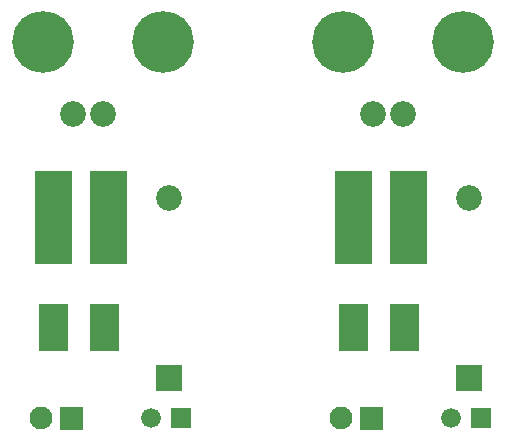
<source format=gbr>
G04 start of page 6 for group -4063 idx -4063 *
G04 Title: (unknown), componentmask *
G04 Creator: pcb 20110918 *
G04 CreationDate: Thu Mar  7 18:25:08 2013 UTC *
G04 For: fosse *
G04 Format: Gerber/RS-274X *
G04 PCB-Dimensions: 200000 200000 *
G04 PCB-Coordinate-Origin: lower left *
%MOIN*%
%FSLAX25Y25*%
%LNTOPMASK*%
%ADD49R,0.1243X0.1243*%
%ADD48R,0.0940X0.0940*%
%ADD47C,0.2060*%
%ADD46C,0.0760*%
%ADD45C,0.0660*%
%ADD44C,0.0001*%
%ADD43C,0.0860*%
G54D43*X56500Y118500D03*
X24500Y146500D03*
X34500D03*
X124500D03*
X134500D03*
G54D44*G36*
X57200Y48300D02*Y41700D01*
X63800D01*
Y48300D01*
X57200D01*
G37*
G54D45*X50500Y45000D03*
G54D44*G36*
X20200Y48800D02*Y41200D01*
X27800D01*
Y48800D01*
X20200D01*
G37*
G54D46*X14000Y45000D03*
G54D44*G36*
X52200Y62800D02*Y54200D01*
X60800D01*
Y62800D01*
X52200D01*
G37*
G54D47*X14500Y170500D03*
X54500D03*
X114500D03*
X154500D03*
G54D44*G36*
X157200Y48300D02*Y41700D01*
X163800D01*
Y48300D01*
X157200D01*
G37*
G36*
X152200Y62800D02*Y54200D01*
X160800D01*
Y62800D01*
X152200D01*
G37*
G54D43*X156500Y118500D03*
G54D45*X150500Y45000D03*
G54D44*G36*
X120200Y48800D02*Y41200D01*
X127800D01*
Y48800D01*
X120200D01*
G37*
G54D46*X114000Y45000D03*
G54D48*X118000Y78400D02*Y72000D01*
X135000Y78400D02*Y72000D01*
G54D49*X118000Y121000D02*Y102693D01*
G54D48*X18000Y78400D02*Y72000D01*
X35000Y78400D02*Y72000D01*
G54D49*X18000Y121000D02*Y102693D01*
X36307Y121000D02*Y102693D01*
X136307Y121000D02*Y102693D01*
M02*

</source>
